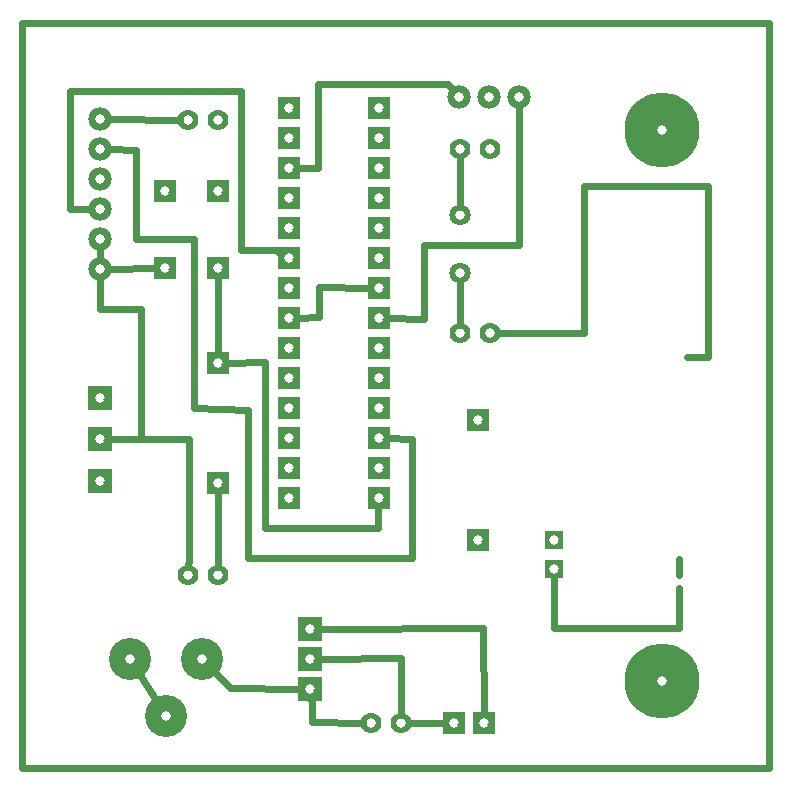
<source format=gbr>
G04*
%FSLAX53Y53*%
%MOIN*%
%ADD10C,0.0240
%ADD11C,0.0787X0.0315*%
%ADD12C,0.2500X0.0315*%
%ADD13C,0.0709X0.0315*%
%ADD14C,0.0709X0.0315*%
%ADD15C,0.0700X0.0315*%
%ADD16C,0.1400X0.0315*%
%ADD17C,0.0780X0.0315*%
%ADD18R,0.0800X0.0800X0.0315*%
%ADD19R,0.0787X0.0787X0.0315*%
%ADD70R,0.0630X0.0630X0.0315*%
%ADD71R,0.0750X0.0750X0.0315*%
G04*
G70*
G90*
G01*
G54D10*
X00558.004Y00336.000D02*
X00503.004Y00422.001D01*
X01096.003Y02111.000D02*
X01096.003Y02389.000D01*
X01028.004Y02110.000D02*
X01096.003Y02111.000D01*
X01529.006Y02389.000D02*
X01547.005Y02370.001D01*
X01096.003Y02389.000D02*
X01529.006Y02389.000D01*
X01648.004Y00578.001D02*
X01102.004Y00574.000D01*
X01650.006Y00290.000D02*
X01648.004Y00578.001D01*
X00804.005Y00378.001D02*
X01038.004Y00374.001D01*
X00753.005Y00430.000D02*
X00804.005Y00378.001D01*
X01328.004Y01209.001D02*
X01411.005Y01207.001D01*
X01411.005Y00811.001D01*
X00863.004Y00811.001D01*
X00863.004Y01304.000D01*
X00685.005Y01311.000D01*
X00685.005Y01874.001D01*
X00489.005Y01874.001D01*
X00489.005Y02170.000D01*
X00400.004Y02173.001D01*
X00340.005Y01974.001D02*
X00270.005Y01974.001D01*
X00270.005Y02366.001D01*
X00841.004Y02366.001D01*
X00841.004Y01837.000D02*
X00956.004Y01838.000D01*
X00841.004Y02366.001D02*
X00841.004Y01837.000D01*
X00956.004Y01838.000D02*
X00975.004Y01825.000D01*
X01767.005Y02318.000D02*
X01767.005Y01855.001D01*
X01452.005Y01607.001D02*
X01328.004Y01610.000D01*
X01452.005Y01855.001D02*
X01452.005Y01607.001D01*
X01767.005Y01855.001D02*
X01452.005Y01855.001D01*
X01102.004Y01714.001D02*
X01102.004Y01614.000D01*
X01028.004Y01611.002D01*
X01271.005Y01711.001D02*
X01102.004Y01714.001D01*
X00401.005Y01206.000D02*
X00507.004Y01207.001D01*
X00370.004Y01641.001D02*
X00370.004Y01744.000D01*
X00507.004Y01641.001D02*
X00370.004Y01641.001D01*
X00507.004Y01207.001D02*
X00507.004Y01641.001D01*
X00665.004Y00779.001D02*
X00668.005Y00806.000D01*
X00667.004Y01207.001D02*
X00401.005Y01206.000D01*
X00668.005Y00806.000D02*
X00667.004Y01207.001D01*
X02301.005Y00698.001D02*
X02300.004Y00710.000D01*
X02300.004Y00578.001D01*
X01885.005Y00578.001D02*
X01885.005Y00746.001D01*
X02300.004Y00578.001D02*
X01885.005Y00578.001D01*
X00400.004Y02273.001D02*
X00637.004Y02270.000D01*
X01078.004Y00263.000D02*
X01076.004Y00326.001D01*
X01247.005Y00261.000D02*
X01078.004Y00263.000D01*
X01076.004Y00326.001D02*
X01074.005Y00342.001D01*
X01570.005Y02148.001D02*
X01570.005Y01981.001D01*
X01570.005Y01587.001D02*
X01570.005Y01734.001D01*
X00763.004Y01491.001D02*
X00763.004Y01748.001D01*
X01298.004Y00981.000D02*
X01296.005Y00911.000D01*
X00922.005Y00911.000D01*
X00922.005Y01463.001D01*
X00792.004Y01462.001D01*
X00763.004Y00780.000D02*
X00763.004Y01033.000D01*
X00370.004Y01844.001D02*
X00370.004Y01804.001D01*
X00557.004Y01777.000D02*
X00400.004Y01774.000D01*
X01374.005Y00478.000D02*
X01102.004Y00474.000D01*
X01373.004Y00287.000D02*
X01374.005Y00478.000D01*
X02299.004Y00806.000D02*
X02300.004Y00758.000D01*
X02300.004Y00755.001D01*
X01522.005Y00261.000D02*
X01399.004Y00261.000D01*
X01697.004Y01560.001D02*
X01985.005Y01559.001D01*
X01985.005Y02052.000D02*
X02396.004Y02052.000D01*
X02396.004Y01481.000D02*
X02327.004Y01482.000D01*
X02396.004Y02052.000D02*
X02396.004Y01481.000D01*
X01985.005Y01559.001D02*
X01985.005Y02052.000D01*
G54D11*
X02187.004Y01968.000D03*
X02187.004Y01860.000D03*
X02187.004Y01752.000D03*
X02187.004Y01644.001D03*
X02187.004Y01536.001D03*
X02187.004Y01428.001D03*
X02187.004Y01320.001D03*
X02187.004Y01212.000D03*
X02187.004Y01104.001D03*
X02187.004Y00996.000D03*
X02187.004Y00888.001D03*
X02187.004Y00780.000D03*
X02187.004Y00672.001D03*
X02299.004Y01914.001D03*
X02299.004Y01806.001D03*
X02299.004Y01698.001D03*
X02299.004Y01590.000D03*
X02299.004Y01482.000D03*
X02299.004Y01374.000D03*
X02299.004Y01266.001D03*
X02299.004Y01158.000D03*
X02299.004Y01050.001D03*
X02299.004Y00942.001D03*
X02299.004Y00834.000D03*
X02299.004Y00726.001D03*
G54D12*
X02243.005Y00402.001D03*
X02243.005Y02238.001D03*
G54D13*
X01570.005Y01761.001D03*
G54D14*
X01570.005Y01954.000D03*
G54D15*
X01670.004Y02174.001D03*
X01570.005Y02174.001D03*
X01570.005Y01560.001D03*
X01670.004Y01560.001D03*
X00763.004Y00753.000D03*
X00663.004Y00753.000D03*
X01373.004Y00261.000D03*
X01273.005Y00261.000D03*
X00763.004Y02269.001D03*
X00663.004Y02269.001D03*
G54D16*
X00710.004Y00474.000D03*
X00470.004Y00474.000D03*
X00590.004Y00284.001D03*
G54D17*
X00370.004Y01774.000D03*
X00370.004Y01874.001D03*
X00370.004Y01974.001D03*
X00370.004Y02074.001D03*
X00370.004Y02174.001D03*
X00370.004Y02274.001D03*
X01767.005Y02348.000D03*
X01667.005Y02348.000D03*
X01567.004Y02348.000D03*
G54D18*
X00369.004Y01068.000D03*
X00369.004Y01206.000D03*
X00369.004Y01344.001D03*
G54D19*
X01070.003Y00374.001D03*
X01070.003Y00474.000D03*
X01070.003Y00574.000D03*
G54D70*
X01885.005Y00872.001D03*
X01885.005Y00773.000D03*
G54D71*
X01299.004Y01010.001D03*
X00999.004Y01010.001D03*
X01299.004Y01110.000D03*
X00999.004Y01110.000D03*
X01299.004Y01210.000D03*
X00999.004Y01210.000D03*
X01299.004Y01310.001D03*
X00999.004Y01310.001D03*
X01299.004Y01410.001D03*
X00999.004Y01410.001D03*
X01299.004Y01510.001D03*
X00999.004Y01510.001D03*
X01299.004Y01610.000D03*
X00999.004Y01610.000D03*
X01299.004Y01710.001D03*
X00999.004Y01710.001D03*
X01299.004Y01810.001D03*
X00999.004Y01810.001D03*
X01299.004Y01910.001D03*
X00999.004Y01910.001D03*
X01299.004Y02010.000D03*
X00999.004Y02010.000D03*
X01299.004Y02110.000D03*
X00999.004Y02110.000D03*
X01299.004Y02210.001D03*
X00999.004Y02210.001D03*
X01299.004Y02310.001D03*
X00999.004Y02310.001D03*
X00763.004Y01462.001D03*
X00763.004Y01062.001D03*
X01551.004Y00261.000D03*
X01651.004Y00261.000D03*
X00763.004Y02033.000D03*
X00763.004Y01777.000D03*
X00586.004Y02033.000D03*
X00586.004Y01777.000D03*
X01629.005Y00872.001D03*
X01629.005Y01272.001D03*
G54D10*
X02601.000Y02595.000D02*
X00112.000Y02595.000D01*
X00112.000Y00112.000D01*
X02601.000Y00112.000D01*
X02601.000Y02595.000D01*
M02*

</source>
